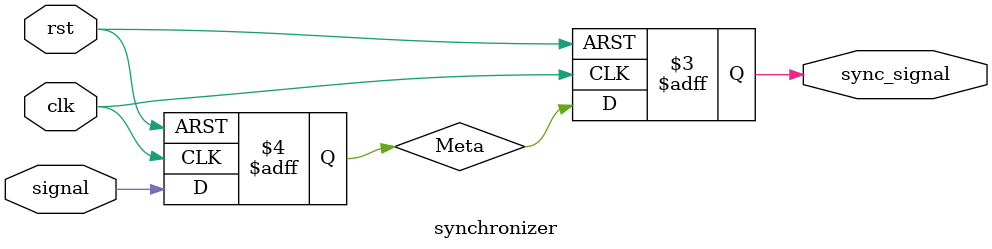
<source format=v>
`timescale 1ns / 1ps


module synchronizer(input  clk,rst,signal,
  output reg  sync_signal
);
reg Meta;
always@(posedge clk,posedge rst)begin
if(rst==1'b1)begin
  Meta<=0;
  sync_signal<=0;
  end
  else begin 
  Meta<=signal;
  sync_signal<=Meta;
  end
  end
endmodule
</source>
